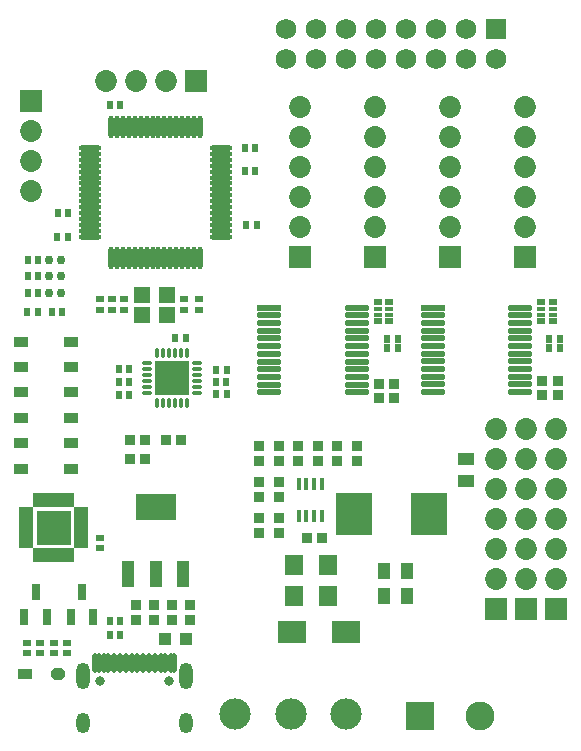
<source format=gts>
G04*
G04 #@! TF.GenerationSoftware,Altium Limited,Altium Designer,21.0.8 (223)*
G04*
G04 Layer_Color=8388736*
%FSLAX25Y25*%
%MOIN*%
G70*
G04*
G04 #@! TF.SameCoordinates,10D31124-10DE-4426-A125-9D81246FB524*
G04*
G04*
G04 #@! TF.FilePolarity,Negative*
G04*
G01*
G75*
%ADD30R,0.01800X0.03950*%
%ADD55R,0.02175X0.02568*%
%ADD56R,0.03600X0.03600*%
%ADD57R,0.03600X0.03600*%
%ADD58R,0.06100X0.06800*%
%ADD59R,0.12411X0.14379*%
%ADD60R,0.09261X0.07490*%
%ADD61R,0.04100X0.05600*%
%ADD62R,0.05600X0.04100*%
%ADD63R,0.02962X0.01781*%
%ADD64R,0.02962X0.02175*%
%ADD65R,0.13198X0.08868*%
%ADD66R,0.04143X0.08868*%
G04:AMPARAMS|DCode=67|XSize=65.06mil|YSize=17.81mil|CornerRadius=5.95mil|HoleSize=0mil|Usage=FLASHONLY|Rotation=90.000|XOffset=0mil|YOffset=0mil|HoleType=Round|Shape=RoundedRectangle|*
%AMROUNDEDRECTD67*
21,1,0.06506,0.00591,0,0,90.0*
21,1,0.05315,0.01781,0,0,90.0*
1,1,0.01191,0.00295,0.02657*
1,1,0.01191,0.00295,-0.02657*
1,1,0.01191,-0.00295,-0.02657*
1,1,0.01191,-0.00295,0.02657*
%
%ADD67ROUNDEDRECTD67*%
%ADD68R,0.11624X0.11230*%
G04:AMPARAMS|DCode=69|XSize=22mil|YSize=48mil|CornerRadius=8mil|HoleSize=0mil|Usage=FLASHONLY|Rotation=270.000|XOffset=0mil|YOffset=0mil|HoleType=Round|Shape=RoundedRectangle|*
%AMROUNDEDRECTD69*
21,1,0.02200,0.03200,0,0,270.0*
21,1,0.00600,0.04800,0,0,270.0*
1,1,0.01600,-0.01600,-0.00300*
1,1,0.01600,-0.01600,0.00300*
1,1,0.01600,0.01600,0.00300*
1,1,0.01600,0.01600,-0.00300*
%
%ADD69ROUNDEDRECTD69*%
G04:AMPARAMS|DCode=70|XSize=22mil|YSize=48mil|CornerRadius=8mil|HoleSize=0mil|Usage=FLASHONLY|Rotation=0.000|XOffset=0mil|YOffset=0mil|HoleType=Round|Shape=RoundedRectangle|*
%AMROUNDEDRECTD70*
21,1,0.02200,0.03200,0,0,0.0*
21,1,0.00600,0.04800,0,0,0.0*
1,1,0.01600,0.00300,-0.01600*
1,1,0.01600,-0.00300,-0.01600*
1,1,0.01600,-0.00300,0.01600*
1,1,0.01600,0.00300,0.01600*
%
%ADD70ROUNDEDRECTD70*%
G04:AMPARAMS|DCode=71|XSize=26mil|YSize=26mil|CornerRadius=8mil|HoleSize=0mil|Usage=FLASHONLY|Rotation=90.000|XOffset=0mil|YOffset=0mil|HoleType=Round|Shape=RoundedRectangle|*
%AMROUNDEDRECTD71*
21,1,0.02600,0.01000,0,0,90.0*
21,1,0.01000,0.02600,0,0,90.0*
1,1,0.01600,0.00500,0.00500*
1,1,0.01600,0.00500,-0.00500*
1,1,0.01600,-0.00500,-0.00500*
1,1,0.01600,-0.00500,0.00500*
%
%ADD71ROUNDEDRECTD71*%
%ADD72R,0.02568X0.02175*%
%ADD73O,0.01584X0.03356*%
%ADD74O,0.03356X0.01584*%
%ADD75R,0.11230X0.11624*%
%ADD76R,0.04537X0.03356*%
%ADD77R,0.02962X0.05718*%
G04:AMPARAMS|DCode=78|XSize=45.37mil|YSize=37.5mil|CornerRadius=0mil|HoleSize=0mil|Usage=FLASHONLY|Rotation=0.000|XOffset=0mil|YOffset=0mil|HoleType=Round|Shape=Octagon|*
%AMOCTAGOND78*
4,1,8,0.02269,-0.00937,0.02269,0.00937,0.01331,0.01875,-0.01331,0.01875,-0.02269,0.00937,-0.02269,-0.00937,-0.01331,-0.01875,0.01331,-0.01875,0.02269,-0.00937,0.0*
%
%ADD78OCTAGOND78*%

%ADD79R,0.04537X0.03750*%
%ADD80R,0.04100X0.04100*%
%ADD81R,0.05718X0.05324*%
%ADD82O,0.08080X0.02175*%
%ADD83R,0.08080X0.02175*%
%ADD84O,0.07687X0.01781*%
%ADD85O,0.01781X0.07687*%
%ADD86C,0.06899*%
%ADD87R,0.06899X0.06899*%
%ADD88C,0.09655*%
%ADD89R,0.09655X0.09655*%
%ADD90C,0.07293*%
%ADD91R,0.07293X0.07293*%
%ADD92O,0.04537X0.08868*%
%ADD93O,0.04537X0.06899*%
%ADD94C,0.03159*%
%ADD95C,0.00600*%
%ADD96C,0.10443*%
%ADD97R,0.07293X0.07293*%
D30*
X87661Y76166D02*
D03*
X90220D02*
D03*
X92779D02*
D03*
X95339D02*
D03*
Y65516D02*
D03*
X92779D02*
D03*
X90220D02*
D03*
X87661D02*
D03*
D55*
X10673Y166590D02*
D03*
X7327D02*
D03*
X10771Y158590D02*
D03*
X7228Y158591D02*
D03*
X24827Y26000D02*
D03*
X28173D02*
D03*
X5327Y133591D02*
D03*
X8673D02*
D03*
X-2772D02*
D03*
X771Y133590D02*
D03*
X756Y140091D02*
D03*
X-2591D02*
D03*
X756Y145591D02*
D03*
X-2591D02*
D03*
X756Y151091D02*
D03*
X-2591D02*
D03*
X50181Y125090D02*
D03*
X46638Y125091D02*
D03*
X63736Y106295D02*
D03*
X60193Y106295D02*
D03*
X60291Y110295D02*
D03*
X63637D02*
D03*
X63736Y114295D02*
D03*
X60193Y114295D02*
D03*
X27729Y105795D02*
D03*
X31075D02*
D03*
X27729Y110193D02*
D03*
X31075D02*
D03*
X31272Y114590D02*
D03*
X27729Y114591D02*
D03*
X24827Y30500D02*
D03*
X28173D02*
D03*
X174771Y121500D02*
D03*
X171228Y121500D02*
D03*
X171229Y124500D02*
D03*
X174772Y124500D02*
D03*
X120772D02*
D03*
X117229Y124500D02*
D03*
X120771Y121500D02*
D03*
X117228Y121500D02*
D03*
X73772Y162500D02*
D03*
X70229Y162500D02*
D03*
X73173Y180500D02*
D03*
X69827D02*
D03*
X73272Y188181D02*
D03*
X69729Y188181D02*
D03*
X28272Y202590D02*
D03*
X24729Y202591D02*
D03*
D56*
X90441Y58341D02*
D03*
X95559D02*
D03*
X36618Y91000D02*
D03*
X31500D02*
D03*
X48559Y91000D02*
D03*
X43440D02*
D03*
X36559Y84500D02*
D03*
X31440D02*
D03*
X168941Y110500D02*
D03*
X174059D02*
D03*
X168941Y106000D02*
D03*
X174059D02*
D03*
X114441Y105000D02*
D03*
X119559D02*
D03*
X114441Y109500D02*
D03*
X119559D02*
D03*
D57*
X107000Y83782D02*
D03*
Y88900D02*
D03*
X87500D02*
D03*
Y83782D02*
D03*
X94000Y83782D02*
D03*
Y88900D02*
D03*
X100500Y88900D02*
D03*
Y83782D02*
D03*
X81000Y76900D02*
D03*
Y71782D02*
D03*
X81000Y83782D02*
D03*
Y88900D02*
D03*
X74500Y88959D02*
D03*
Y83841D02*
D03*
X74500Y76900D02*
D03*
Y71782D02*
D03*
Y64900D02*
D03*
Y59782D02*
D03*
X81000Y64900D02*
D03*
Y59782D02*
D03*
X51546Y30941D02*
D03*
Y36059D02*
D03*
X39500Y30941D02*
D03*
Y36059D02*
D03*
X33500Y30941D02*
D03*
Y36059D02*
D03*
X45500Y30941D02*
D03*
Y36059D02*
D03*
D58*
X86291Y38841D02*
D03*
X97512D02*
D03*
X86291Y49341D02*
D03*
X97512D02*
D03*
D59*
X106000Y66341D02*
D03*
X131000D02*
D03*
D60*
X103555Y27000D02*
D03*
X85445D02*
D03*
D61*
X116260Y47341D02*
D03*
X123740D02*
D03*
X116260Y38841D02*
D03*
X123740D02*
D03*
D62*
X143500Y84741D02*
D03*
Y77260D02*
D03*
D63*
X114000Y134724D02*
D03*
Y132756D02*
D03*
X117937D02*
D03*
Y134724D02*
D03*
X168563D02*
D03*
Y132756D02*
D03*
X172500D02*
D03*
Y134724D02*
D03*
D64*
X114000Y136890D02*
D03*
Y130591D02*
D03*
X117937D02*
D03*
Y136890D02*
D03*
X168563D02*
D03*
Y130591D02*
D03*
X172500D02*
D03*
Y136890D02*
D03*
D65*
X40000Y68721D02*
D03*
D66*
X49055Y46279D02*
D03*
X40000D02*
D03*
X30945D02*
D03*
D67*
X19811Y16512D02*
D03*
X20992D02*
D03*
X22961D02*
D03*
X24142D02*
D03*
X26110D02*
D03*
X28079D02*
D03*
X30047D02*
D03*
X35953D02*
D03*
X37921D02*
D03*
X39890D02*
D03*
X41858D02*
D03*
X43039D02*
D03*
X45008D02*
D03*
X46189D02*
D03*
X32016D02*
D03*
X33984D02*
D03*
D68*
X6000Y61681D02*
D03*
D69*
X-3150Y55776D02*
D03*
Y57744D02*
D03*
Y59713D02*
D03*
Y61681D02*
D03*
Y63650D02*
D03*
Y65618D02*
D03*
Y67587D02*
D03*
X15150D02*
D03*
Y65618D02*
D03*
Y63650D02*
D03*
Y61681D02*
D03*
Y59713D02*
D03*
Y57744D02*
D03*
Y55776D02*
D03*
D70*
X95Y70831D02*
D03*
X2063D02*
D03*
X4032D02*
D03*
X6000D02*
D03*
X7969D02*
D03*
X9937D02*
D03*
X11906D02*
D03*
Y52531D02*
D03*
X9937D02*
D03*
X7969D02*
D03*
X6000D02*
D03*
X4032D02*
D03*
X2063D02*
D03*
X95D02*
D03*
D71*
X4583Y151091D02*
D03*
X8583D02*
D03*
X4583Y145591D02*
D03*
X8583D02*
D03*
X4583Y140091D02*
D03*
X8583D02*
D03*
D72*
X29634Y134346D02*
D03*
X29634Y137889D02*
D03*
X25500Y134417D02*
D03*
Y137764D02*
D03*
X21500Y134319D02*
D03*
X21500Y137862D02*
D03*
X49500Y137862D02*
D03*
X49500Y134319D02*
D03*
X54500Y134319D02*
D03*
X54500Y137862D02*
D03*
X21500Y55008D02*
D03*
Y58354D02*
D03*
X10500Y20008D02*
D03*
Y23354D02*
D03*
X6000D02*
D03*
Y20008D02*
D03*
X1500D02*
D03*
Y23354D02*
D03*
X-3000Y20008D02*
D03*
Y23354D02*
D03*
D73*
X40488Y103323D02*
D03*
X42457D02*
D03*
X44425D02*
D03*
X46394D02*
D03*
X48362D02*
D03*
X50331D02*
D03*
Y119858D02*
D03*
X48362D02*
D03*
X46394D02*
D03*
X44425D02*
D03*
X42457D02*
D03*
X40488D02*
D03*
D74*
X53677Y106669D02*
D03*
Y108638D02*
D03*
Y110606D02*
D03*
Y112575D02*
D03*
Y114543D02*
D03*
Y116512D02*
D03*
X37142D02*
D03*
Y114543D02*
D03*
Y112575D02*
D03*
Y110606D02*
D03*
Y108638D02*
D03*
Y106669D02*
D03*
D75*
X45409Y111591D02*
D03*
D76*
X11965Y81358D02*
D03*
X-4964D02*
D03*
X11965Y89823D02*
D03*
X-4964D02*
D03*
X11965Y98358D02*
D03*
X-4964D02*
D03*
X11965Y106823D02*
D03*
X-4964D02*
D03*
X11965Y115268D02*
D03*
X-4964D02*
D03*
X11965Y123732D02*
D03*
X-4964D02*
D03*
D77*
X15500Y40224D02*
D03*
X19240Y31957D02*
D03*
X11760D02*
D03*
X0Y40224D02*
D03*
X3740Y31957D02*
D03*
X-3740D02*
D03*
D78*
X7512Y13091D02*
D03*
D79*
X-3512D02*
D03*
D80*
X43000Y24500D02*
D03*
X50000D02*
D03*
D81*
X43768Y139193D02*
D03*
X35500D02*
D03*
Y132500D02*
D03*
X43768D02*
D03*
D82*
X161567Y119720D02*
D03*
Y122280D02*
D03*
Y124839D02*
D03*
Y135075D02*
D03*
X132433Y112043D02*
D03*
Y114602D02*
D03*
Y117161D02*
D03*
Y119720D02*
D03*
Y122280D02*
D03*
Y124839D02*
D03*
Y127398D02*
D03*
Y129957D02*
D03*
Y132516D02*
D03*
Y109484D02*
D03*
Y106925D02*
D03*
X161567Y109484D02*
D03*
Y106925D02*
D03*
Y132516D02*
D03*
Y117161D02*
D03*
Y114602D02*
D03*
Y112043D02*
D03*
Y127398D02*
D03*
Y129957D02*
D03*
X107000Y119650D02*
D03*
Y122209D02*
D03*
Y124768D02*
D03*
Y135004D02*
D03*
X77866Y111972D02*
D03*
Y114531D02*
D03*
Y117091D02*
D03*
Y119650D02*
D03*
Y122209D02*
D03*
Y124768D02*
D03*
Y127327D02*
D03*
Y129886D02*
D03*
Y132445D02*
D03*
Y109413D02*
D03*
Y106854D02*
D03*
X107000Y109413D02*
D03*
Y106854D02*
D03*
Y132445D02*
D03*
Y117091D02*
D03*
Y114531D02*
D03*
Y111972D02*
D03*
Y127327D02*
D03*
Y129886D02*
D03*
D83*
X132433Y135075D02*
D03*
X77866Y135004D02*
D03*
D84*
X61850Y186295D02*
D03*
Y184327D02*
D03*
Y178421D02*
D03*
Y180390D02*
D03*
Y182358D02*
D03*
Y188264D02*
D03*
Y168579D02*
D03*
Y164642D02*
D03*
Y166610D02*
D03*
Y170547D02*
D03*
Y158736D02*
D03*
Y160705D02*
D03*
Y162673D02*
D03*
Y172516D02*
D03*
Y174484D02*
D03*
Y176453D02*
D03*
X18150Y188264D02*
D03*
Y186295D02*
D03*
Y184327D02*
D03*
Y182358D02*
D03*
Y180390D02*
D03*
Y178421D02*
D03*
Y176453D02*
D03*
Y174484D02*
D03*
Y172516D02*
D03*
Y170547D02*
D03*
Y168579D02*
D03*
Y166610D02*
D03*
Y164642D02*
D03*
Y162673D02*
D03*
Y160705D02*
D03*
Y158736D02*
D03*
D85*
X25236Y151650D02*
D03*
X27205D02*
D03*
X29173D02*
D03*
X31142D02*
D03*
X33110D02*
D03*
X35079D02*
D03*
X37047D02*
D03*
X39016D02*
D03*
X40984D02*
D03*
X42953D02*
D03*
X44921D02*
D03*
X46890D02*
D03*
X48858D02*
D03*
X50827D02*
D03*
X52795D02*
D03*
X54764D02*
D03*
Y195350D02*
D03*
X52795D02*
D03*
X50827D02*
D03*
X48858D02*
D03*
X46890D02*
D03*
X44921D02*
D03*
X42953D02*
D03*
X40984D02*
D03*
X39016D02*
D03*
X37047D02*
D03*
X35079D02*
D03*
X33110D02*
D03*
X31142D02*
D03*
X29173D02*
D03*
X27205D02*
D03*
X25236D02*
D03*
D86*
X83500Y218091D02*
D03*
X93500D02*
D03*
X103500D02*
D03*
X143500Y228091D02*
D03*
Y218091D02*
D03*
X133500D02*
D03*
Y228091D02*
D03*
X123500D02*
D03*
Y218091D02*
D03*
X83500Y228091D02*
D03*
X93500D02*
D03*
X103500D02*
D03*
X113500D02*
D03*
Y218091D02*
D03*
X153500D02*
D03*
D87*
Y228091D02*
D03*
D88*
X148000Y-909D02*
D03*
D89*
X128000D02*
D03*
D90*
X173500Y94500D02*
D03*
Y44500D02*
D03*
Y54500D02*
D03*
Y64500D02*
D03*
Y74500D02*
D03*
Y84500D02*
D03*
X153500Y94500D02*
D03*
Y44500D02*
D03*
Y54500D02*
D03*
Y64500D02*
D03*
Y74500D02*
D03*
Y84500D02*
D03*
X163500Y94500D02*
D03*
Y44500D02*
D03*
Y54500D02*
D03*
Y64500D02*
D03*
Y74500D02*
D03*
Y84500D02*
D03*
X-1500Y194091D02*
D03*
Y184091D02*
D03*
Y174091D02*
D03*
X23500Y210591D02*
D03*
X33500D02*
D03*
X43500D02*
D03*
X163000Y202091D02*
D03*
Y162091D02*
D03*
Y172091D02*
D03*
Y182091D02*
D03*
Y192091D02*
D03*
X138000Y202091D02*
D03*
Y162091D02*
D03*
Y172091D02*
D03*
Y182091D02*
D03*
Y192091D02*
D03*
X113000Y202091D02*
D03*
Y162091D02*
D03*
Y172091D02*
D03*
Y182091D02*
D03*
Y192091D02*
D03*
X88000Y202091D02*
D03*
Y162091D02*
D03*
Y172091D02*
D03*
Y182091D02*
D03*
Y192091D02*
D03*
D91*
X173500Y34500D02*
D03*
X153500D02*
D03*
X163500D02*
D03*
X-1500Y204091D02*
D03*
D92*
X15972Y12417D02*
D03*
X50027D02*
D03*
D93*
X15972Y-3331D02*
D03*
X50027D02*
D03*
D94*
X44378Y10449D02*
D03*
X21622D02*
D03*
D95*
X0Y223091D02*
D03*
X167220D02*
D03*
X0Y0D02*
D03*
X167220D02*
D03*
D96*
X84996Y-409D02*
D03*
X66492D02*
D03*
X103500D02*
D03*
D97*
X53500Y210591D02*
D03*
X163000Y152091D02*
D03*
X138000D02*
D03*
X113000D02*
D03*
X88000D02*
D03*
M02*

</source>
